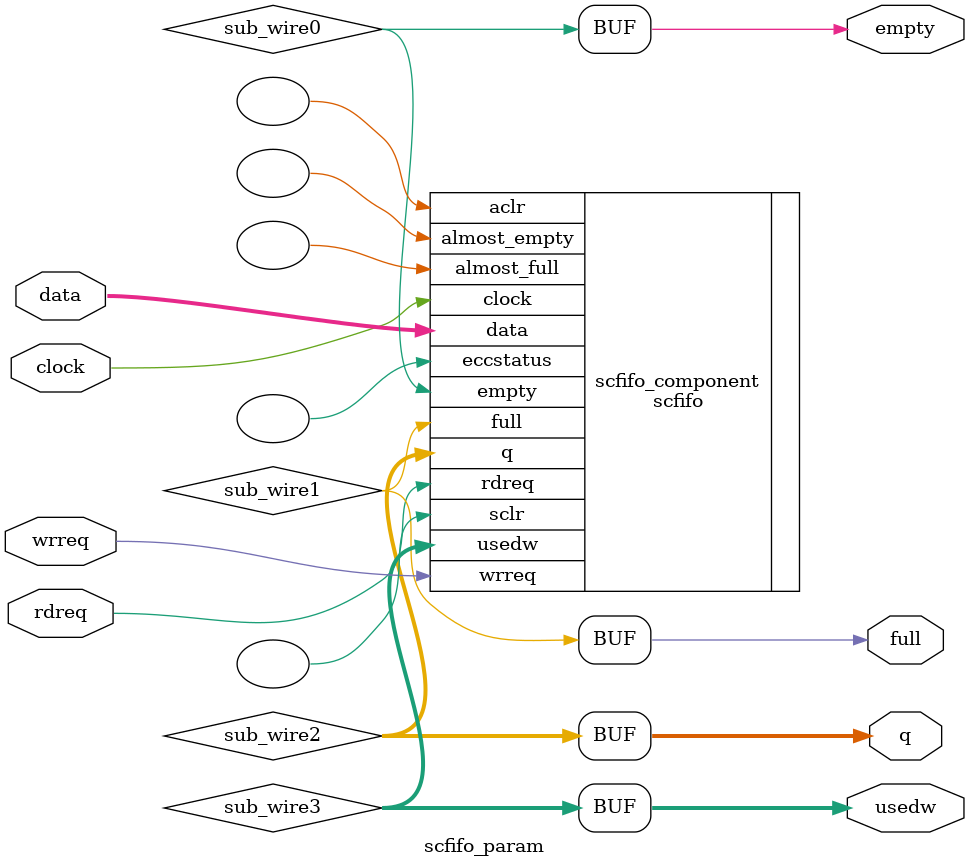
<source format=sv>

`timescale 1 ps / 1 ps
// synopsys translate_on
module scfifo_param 
# (
    parameter DATA_WIDTH = 32,
    parameter DEPTH = 16,
    parameter DEVICE_FAMILY="Agilex 7"

) (
	clock,
	data,
	rdreq,
	wrreq,
	empty,
	full,
	q,
	usedw);

    localparam  USEDW = $clog2(DEPTH);

	input	  clock;
	input	[DATA_WIDTH-1:0]  data;
	input	  rdreq;
	input	  wrreq;
	output	  empty;
	output	  full;
	output	[DATA_WIDTH-1:0]  q;
	output	[USEDW-1:0]  usedw;

	wire  sub_wire0;
	wire  sub_wire1;
	wire [DATA_WIDTH-1:0] sub_wire2;
	wire [USEDW-1:0] sub_wire3;
	wire  empty = sub_wire0;
	wire  full = sub_wire1;
	wire [DATA_WIDTH-1:0] q = sub_wire2[DATA_WIDTH-1:0];
	wire [USEDW-1:0] usedw = sub_wire3[USEDW-1:0];

	scfifo	scfifo_component (
				.clock (clock),
				.data (data),
				.rdreq (rdreq),
				.wrreq (wrreq),
				.empty (sub_wire0),
				.full (sub_wire1),
				.q (sub_wire2),
				.usedw (sub_wire3),
				.aclr (),
				.almost_empty (),
				.almost_full (),
				.eccstatus (),
				.sclr ());
	defparam
		scfifo_component.add_ram_output_register = "OFF",
		scfifo_component.intended_device_family = DEVICE_FAMILY,
		scfifo_component.lpm_numwords = DEPTH,
		scfifo_component.lpm_showahead = "OFF",
		scfifo_component.lpm_type = "scfifo",
		scfifo_component.lpm_width = DATA_WIDTH,
		scfifo_component.lpm_widthu = USEDW,
		scfifo_component.overflow_checking = "ON",
		scfifo_component.underflow_checking = "ON",
		scfifo_component.use_eab = "ON";


endmodule

</source>
